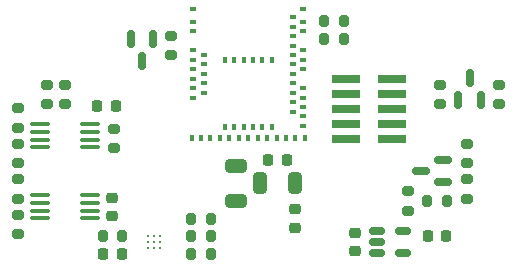
<source format=gtp>
%TF.GenerationSoftware,KiCad,Pcbnew,9.0.7+1*%
%TF.CreationDate,2026-03-09T20:20:31+00:00*%
%TF.ProjectId,Test_5,54657374-5f35-42e6-9b69-6361645f7063,NO_TAG+ (Unreleased)*%
%TF.SameCoordinates,Original*%
%TF.FileFunction,Paste,Top*%
%TF.FilePolarity,Positive*%
%FSLAX46Y46*%
G04 Gerber Fmt 4.6, Leading zero omitted, Abs format (unit mm)*
G04 Created by KiCad (PCBNEW 9.0.7+1) date 2026-03-09 20:20:31*
%MOMM*%
%LPD*%
G01*
G04 APERTURE LIST*
G04 Aperture macros list*
%AMRoundRect*
0 Rectangle with rounded corners*
0 $1 Rounding radius*
0 $2 $3 $4 $5 $6 $7 $8 $9 X,Y pos of 4 corners*
0 Add a 4 corners polygon primitive as box body*
4,1,4,$2,$3,$4,$5,$6,$7,$8,$9,$2,$3,0*
0 Add four circle primitives for the rounded corners*
1,1,$1+$1,$2,$3*
1,1,$1+$1,$4,$5*
1,1,$1+$1,$6,$7*
1,1,$1+$1,$8,$9*
0 Add four rect primitives between the rounded corners*
20,1,$1+$1,$2,$3,$4,$5,0*
20,1,$1+$1,$4,$5,$6,$7,0*
20,1,$1+$1,$6,$7,$8,$9,0*
20,1,$1+$1,$8,$9,$2,$3,0*%
G04 Aperture macros list end*
%ADD10RoundRect,0.225000X-0.225000X-0.250000X0.225000X-0.250000X0.225000X0.250000X-0.225000X0.250000X0*%
%ADD11RoundRect,0.200000X-0.275000X0.200000X-0.275000X-0.200000X0.275000X-0.200000X0.275000X0.200000X0*%
%ADD12RoundRect,0.200000X0.200000X0.275000X-0.200000X0.275000X-0.200000X-0.275000X0.200000X-0.275000X0*%
%ADD13RoundRect,0.225000X0.250000X-0.225000X0.250000X0.225000X-0.250000X0.225000X-0.250000X-0.225000X0*%
%ADD14C,0.245000*%
%ADD15RoundRect,0.200000X0.275000X-0.200000X0.275000X0.200000X-0.275000X0.200000X-0.275000X-0.200000X0*%
%ADD16R,0.600000X0.400000*%
%ADD17R,0.400000X0.600000*%
%ADD18RoundRect,0.150000X-0.512500X-0.150000X0.512500X-0.150000X0.512500X0.150000X-0.512500X0.150000X0*%
%ADD19RoundRect,0.218750X-0.218750X-0.256250X0.218750X-0.256250X0.218750X0.256250X-0.218750X0.256250X0*%
%ADD20RoundRect,0.250000X-0.650000X0.325000X-0.650000X-0.325000X0.650000X-0.325000X0.650000X0.325000X0*%
%ADD21RoundRect,0.150000X0.587500X0.150000X-0.587500X0.150000X-0.587500X-0.150000X0.587500X-0.150000X0*%
%ADD22RoundRect,0.225000X0.225000X0.250000X-0.225000X0.250000X-0.225000X-0.250000X0.225000X-0.250000X0*%
%ADD23RoundRect,0.250000X-0.325000X-0.650000X0.325000X-0.650000X0.325000X0.650000X-0.325000X0.650000X0*%
%ADD24RoundRect,0.150000X-0.150000X0.587500X-0.150000X-0.587500X0.150000X-0.587500X0.150000X0.587500X0*%
%ADD25RoundRect,0.150000X0.150000X-0.587500X0.150000X0.587500X-0.150000X0.587500X-0.150000X-0.587500X0*%
%ADD26RoundRect,0.100000X-0.712500X-0.100000X0.712500X-0.100000X0.712500X0.100000X-0.712500X0.100000X0*%
%ADD27R,2.400000X0.740000*%
%ADD28RoundRect,0.225000X-0.250000X0.225000X-0.250000X-0.225000X0.250000X-0.225000X0.250000X0.225000X0*%
%ADD29RoundRect,0.200000X-0.200000X-0.275000X0.200000X-0.275000X0.200000X0.275000X-0.200000X0.275000X0*%
G04 APERTURE END LIST*
D10*
%TO.C,C2*%
X10225000Y14000000D03*
X11775000Y14000000D03*
%TD*%
D11*
%TO.C,R9*%
X41500000Y10825000D03*
X41500000Y9175000D03*
%TD*%
D12*
%TO.C,R11*%
X31075000Y21250000D03*
X29425000Y21250000D03*
%TD*%
D11*
%TO.C,R6*%
X7500000Y15825000D03*
X7500000Y14175000D03*
%TD*%
D12*
%TO.C,R13*%
X19825000Y1500000D03*
X18175000Y1500000D03*
%TD*%
D11*
%TO.C,R18*%
X44250000Y15825000D03*
X44250000Y14175000D03*
%TD*%
%TO.C,R5*%
X3500000Y13825000D03*
X3500000Y12175000D03*
%TD*%
D13*
%TO.C,C8*%
X32000000Y1725000D03*
X32000000Y3275000D03*
%TD*%
D14*
%TO.C,U4*%
X15500000Y3000000D03*
X15500000Y2500000D03*
X15500000Y2000000D03*
X15000000Y3000000D03*
X15000000Y2500000D03*
X15000000Y2000000D03*
X14500000Y3000000D03*
X14500000Y2500000D03*
X14500000Y2000000D03*
%TD*%
D15*
%TO.C,R2*%
X3500000Y6175000D03*
X3500000Y7825000D03*
%TD*%
D11*
%TO.C,R19*%
X39250000Y15825000D03*
X39250000Y14175000D03*
%TD*%
D16*
%TO.C,U3*%
X18350000Y22250000D03*
X18350000Y21150000D03*
X18350000Y20350000D03*
X18350000Y18750000D03*
X19250000Y18350000D03*
X18350000Y17950000D03*
X19250000Y17550000D03*
X18350000Y17150000D03*
X19250000Y16750000D03*
X18350000Y16350000D03*
X19250000Y15950000D03*
X18350000Y15550000D03*
X19250000Y15150000D03*
X18350000Y14750000D03*
D17*
X18200000Y11350000D03*
X19000000Y11350000D03*
X19800000Y11350000D03*
X20600000Y11350000D03*
X21000000Y12250000D03*
X21400000Y11350000D03*
X21800000Y12250000D03*
X22200000Y11350000D03*
X22600000Y12250000D03*
X23000000Y11350000D03*
X23400000Y12250000D03*
X23800000Y11350000D03*
X24200000Y12250000D03*
X24600000Y11350000D03*
X25000000Y12250000D03*
X25400000Y11350000D03*
X26200000Y11350000D03*
X27000000Y11350000D03*
X27800000Y11350000D03*
D16*
X27650000Y12350000D03*
X27650000Y13150000D03*
X26750000Y13550000D03*
X27650000Y13950000D03*
X26750000Y14350000D03*
X27650000Y14750000D03*
X26750000Y15150000D03*
X27650000Y15550000D03*
X26750000Y15950000D03*
X26750000Y16750000D03*
X27650000Y17150000D03*
X26750000Y17550000D03*
X27650000Y17950000D03*
X26750000Y18350000D03*
X27650000Y18750000D03*
X26750000Y19150000D03*
X26750000Y19950000D03*
X27650000Y20350000D03*
X26750000Y20750000D03*
X27650000Y21150000D03*
X26750000Y21550000D03*
X27650000Y22250000D03*
D17*
X21000000Y17950000D03*
X21800000Y17950000D03*
X22600000Y17950000D03*
X23400000Y17950000D03*
X24200000Y17950000D03*
X25000000Y17950000D03*
%TD*%
D15*
%TO.C,R17*%
X36500000Y5175000D03*
X36500000Y6825000D03*
%TD*%
%TO.C,R3*%
X3500000Y3175000D03*
X3500000Y4825000D03*
%TD*%
D12*
%TO.C,R20*%
X19825000Y4500000D03*
X18175000Y4500000D03*
%TD*%
D18*
%TO.C,U5*%
X33862500Y3450000D03*
X33862500Y2500000D03*
X33862500Y1550000D03*
X36137500Y1550000D03*
X36137500Y3450000D03*
%TD*%
D12*
%TO.C,R12*%
X19825000Y3000000D03*
X18175000Y3000000D03*
%TD*%
D13*
%TO.C,C5*%
X27000000Y3725000D03*
X27000000Y5275000D03*
%TD*%
D19*
%TO.C,L1*%
X24712500Y9500000D03*
X26287500Y9500000D03*
%TD*%
D20*
%TO.C,C4*%
X22000000Y8975000D03*
X22000000Y6025000D03*
%TD*%
D11*
%TO.C,R8*%
X11612500Y12100000D03*
X11612500Y10450000D03*
%TD*%
D21*
%TO.C,Q2*%
X39500000Y7600000D03*
X39500000Y9500000D03*
X37625000Y8550000D03*
%TD*%
D22*
%TO.C,C6*%
X12275000Y1500000D03*
X10725000Y1500000D03*
%TD*%
D23*
%TO.C,C3*%
X24025000Y7500000D03*
X26975000Y7500000D03*
%TD*%
D24*
%TO.C,Q1*%
X14950000Y19687500D03*
X13050000Y19687500D03*
X14000000Y17812500D03*
%TD*%
D25*
%TO.C,Q3*%
X40800000Y14562500D03*
X42700000Y14562500D03*
X41750000Y16437500D03*
%TD*%
D26*
%TO.C,U2*%
X5387500Y12475000D03*
X5387500Y11825000D03*
X5387500Y11175000D03*
X5387500Y10525000D03*
X9612500Y10525000D03*
X9612500Y11175000D03*
X9612500Y11825000D03*
X9612500Y12475000D03*
%TD*%
D11*
%TO.C,R14*%
X41500000Y7825000D03*
X41500000Y6175000D03*
%TD*%
D22*
%TO.C,C7*%
X39775000Y3000000D03*
X38225000Y3000000D03*
%TD*%
D27*
%TO.C,J3*%
X31300000Y16290000D03*
X35200000Y16290000D03*
X31300000Y15020000D03*
X35200000Y15020000D03*
X31300000Y13750000D03*
X35200000Y13750000D03*
X31300000Y12480000D03*
X35200000Y12480000D03*
X31300000Y11210000D03*
X35200000Y11210000D03*
%TD*%
D28*
%TO.C,C1*%
X11500000Y6275000D03*
X11500000Y4725000D03*
%TD*%
D11*
%TO.C,R4*%
X3500000Y10825000D03*
X3500000Y9175000D03*
%TD*%
D15*
%TO.C,R1*%
X16500000Y18350000D03*
X16500000Y20000000D03*
%TD*%
D29*
%TO.C,R16*%
X38175000Y6000000D03*
X39825000Y6000000D03*
%TD*%
D11*
%TO.C,R7*%
X6000000Y15825000D03*
X6000000Y14175000D03*
%TD*%
D12*
%TO.C,R15*%
X12325000Y3000000D03*
X10675000Y3000000D03*
%TD*%
D26*
%TO.C,U1*%
X5387500Y6475000D03*
X5387500Y5825000D03*
X5387500Y5175000D03*
X5387500Y4525000D03*
X9612500Y4525000D03*
X9612500Y5175000D03*
X9612500Y5825000D03*
X9612500Y6475000D03*
%TD*%
D12*
%TO.C,R10*%
X31075000Y19750000D03*
X29425000Y19750000D03*
%TD*%
M02*

</source>
